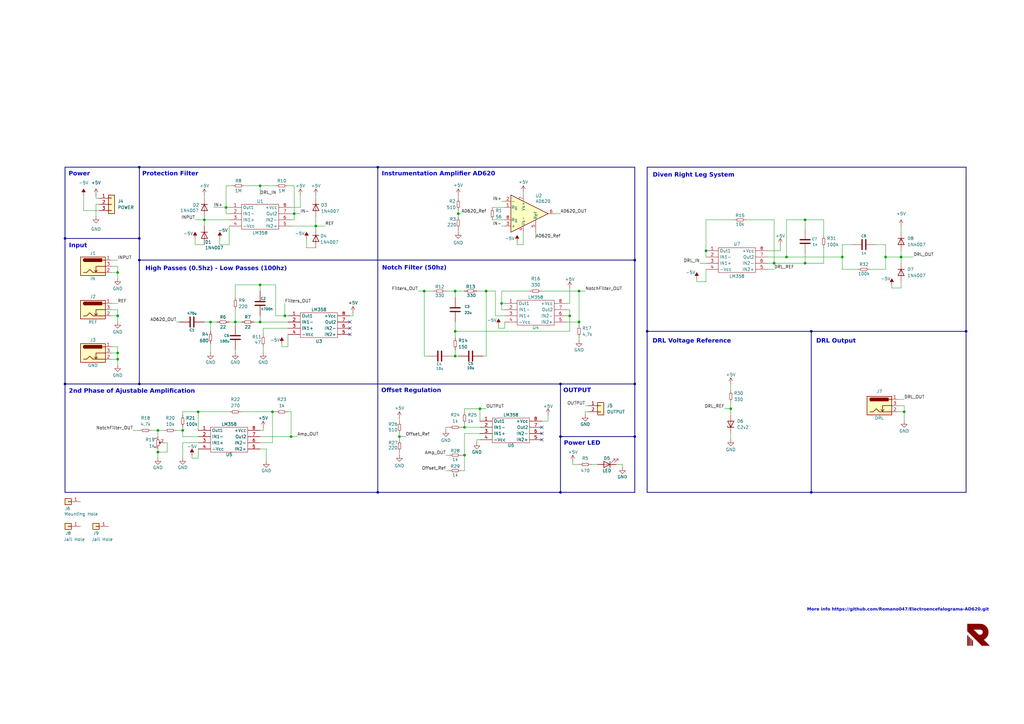
<source format=kicad_sch>
(kicad_sch (version 20231120) (generator "eeschema") (generator_version "8.0")
  (paper "A3")
  (title_block (title "Amplificador Electroencefalograma") (date "2025-08-19") (rev "v4.0") (company "E.E.S.T. N°5 \"2 de Abril\" Temperley") (comment 1 "Autor: Iván Romano") (comment 2 "Curso: 7mo 6ta") (comment 3 "Grupo: 2"))
  (junction (at 106.68 132.08))
  (junction (at 48.26 129.54))
  (junction (at 111.76 168.91))
  (junction (at 57.15 68.58))
  (junction (at 322.58 105.41))
  (junction (at 199.39 119.38))
  (junction (at 332.74 201.93))
  (junction (at 233.68 129.54))
  (junction (at 48.26 144.78))
  (junction (at 92.71 85.09))
  (junction (at 154.94 201.93))
  (junction (at 317.5 107.95))
  (junction (at 289.56 102.87))
  (junction (at 119.38 179.07))
  (junction (at 190.5 186.69))
  (junction (at 154.94 68.58))
  (junction (at 186.69 135.89))
  (junction (at 86.36 132.08))
  (junction (at 363.22 105.41))
  (junction (at 369.57 105.41))
  (junction (at 186.69 146.05))
  (junction (at 265.43 135.89))
  (junction (at 330.2 107.95))
  (junction (at 48.26 111.76))
  (junction (at 190.5 175.26))
  (junction (at 299.72 167.64))
  (junction (at 64.77 185.42))
  (junction (at 396.24 135.89))
  (junction (at 48.26 147.32))
  (junction (at 330.2 90.17))
  (junction (at 229.87 179.07))
  (junction (at 74.93 176.53))
  (junction (at 186.69 119.38))
  (junction (at 26.67 157.48))
  (junction (at 26.67 97.79))
  (junction (at 187.96 87.63))
  (junction (at 81.28 168.91))
  (junction (at 106.68 76.2))
  (junction (at 260.35 179.07))
  (junction (at 163.83 179.07))
  (junction (at 345.44 105.41))
  (junction (at 332.74 135.89))
  (junction (at 129.54 92.71))
  (junction (at 237.49 119.38))
  (junction (at 116.84 129.54))
  (junction (at 260.35 106.68))
  (junction (at 205.74 124.46))
  (junction (at 370.84 168.91))
  (junction (at 229.87 201.93))
  (junction (at 83.82 90.17))
  (junction (at 106.68 116.84))
  (junction (at 260.35 157.48))
  (junction (at 57.15 106.68))
  (junction (at 229.87 157.48))
  (junction (at 64.77 176.53))
  (junction (at 173.99 119.38))
  (junction (at 96.52 132.08))
  (junction (at 237.49 132.08))
  (junction (at 57.15 97.79))
  (junction (at 196.85 167.64))
  (junction (at 120.65 87.63))
  (junction (at 57.15 157.48))
  (no_connect (at 222.25 175.26))
  (no_connect (at 143.51 132.08))
  (no_connect (at 222.25 180.34))
  (no_connect (at 143.51 137.16))
  (no_connect (at 222.25 177.8))
  (no_connect (at 143.51 134.62))
  (wire (pts (xy 96.52 127) (xy 96.52 132.08)))
  (wire (pts (xy 74.93 170.18) (xy 74.93 168.91)))
  (bus (pts (xy 332.74 135.89) (xy 332.74 201.93)))
  (wire (pts (xy 111.76 168.91) (xy 113.03 168.91)))
  (wire (pts (xy 109.22 184.15) (xy 106.68 184.15)))
  (wire (pts (xy 64.77 176.53) (xy 67.31 176.53)))
  (wire (pts (xy 96.52 143.51) (xy 96.52 144.78)))
  (wire (pts (xy 115.57 142.24) (xy 118.11 142.24)))
  (wire (pts (xy 317.5 107.95) (xy 330.2 107.95)))
  (wire (pts (xy 345.44 105.41) (xy 345.44 100.33)))
  (wire (pts (xy 119.38 90.17) (xy 120.65 90.17)))
  (wire (pts (xy 106.68 76.2) (xy 113.03 76.2)))
  (wire (pts (xy 48.26 144.78) (xy 48.26 142.24)))
  (wire (pts (xy 171.45 119.38) (xy 173.99 119.38)))
  (wire (pts (xy 74.93 187.96) (xy 74.93 181.61)))
  (wire (pts (xy 48.26 127) (xy 45.72 127)))
  (bus (pts (xy 265.43 68.58) (xy 265.43 135.89)))
  (wire (pts (xy 330.2 90.17) (xy 337.82 90.17)))
  (wire (pts (xy 109.22 189.23) (xy 109.22 184.15)))
  (wire (pts (xy 48.26 142.24) (xy 45.72 142.24)))
  (wire (pts (xy 363.22 100.33) (xy 359.41 100.33)))
  (wire (pts (xy 100.33 76.2) (xy 106.68 76.2)))
  (wire (pts (xy 119.38 85.09) (xy 123.19 85.09)))
  (wire (pts (xy 45.72 106.68) (xy 48.26 106.68)))
  (wire (pts (xy 240.03 166.37) (xy 241.3 166.37)))
  (wire (pts (xy 317.5 107.95) (xy 314.96 107.95)))
  (wire (pts (xy 80.01 90.17) (xy 83.82 90.17)))
  (wire (pts (xy 186.69 119.38) (xy 190.5 119.38)))
  (wire (pts (xy 175.26 146.05) (xy 173.99 146.05)))
  (wire (pts (xy 90.17 97.79) (xy 90.17 100.33)))
  (bus (pts (xy 26.67 201.93) (xy 154.94 201.93)))
  (wire (pts (xy 74.93 181.61) (xy 81.28 181.61)))
  (wire (pts (xy 205.74 124.46) (xy 205.74 119.38)))
  (wire (pts (xy 173.99 119.38) (xy 173.99 146.05)))
  (bus (pts (xy 57.15 68.58) (xy 57.15 97.79)))
  (wire (pts (xy 54.61 176.53) (xy 57.15 176.53)))
  (wire (pts (xy 187.96 80.01) (xy 187.96 81.28)))
  (wire (pts (xy 96.52 116.84) (xy 96.52 121.92)))
  (bus (pts (xy 260.35 201.93) (xy 260.35 179.07)))
  (wire (pts (xy 233.68 118.11) (xy 233.68 124.46)))
  (bus (pts (xy 26.67 157.48) (xy 26.67 201.93)))
  (wire (pts (xy 242.57 190.5) (xy 245.11 190.5)))
  (wire (pts (xy 120.65 90.17) (xy 120.65 87.63)))
  (wire (pts (xy 93.98 132.08) (xy 96.52 132.08)))
  (wire (pts (xy 299.72 157.48) (xy 299.72 160.02)))
  (bus (pts (xy 26.67 97.79) (xy 57.15 97.79)))
  (bus (pts (xy 57.15 106.68) (xy 57.15 157.48)))
  (wire (pts (xy 163.83 171.45) (xy 163.83 172.72)))
  (bus (pts (xy 26.67 68.58) (xy 57.15 68.58)))
  (wire (pts (xy 182.88 119.38) (xy 186.69 119.38)))
  (wire (pts (xy 74.93 175.26) (xy 74.93 176.53)))
  (wire (pts (xy 240.03 170.18) (xy 240.03 168.91)))
  (wire (pts (xy 72.39 176.53) (xy 74.93 176.53)))
  (bus (pts (xy 260.35 179.07) (xy 260.35 157.48)))
  (wire (pts (xy 163.83 185.42) (xy 163.83 186.69)))
  (wire (pts (xy 81.28 168.91) (xy 93.98 168.91)))
  (wire (pts (xy 123.19 85.09) (xy 123.19 80.01)))
  (wire (pts (xy 186.69 132.08) (xy 186.69 135.89)))
  (wire (pts (xy 45.72 147.32) (xy 48.26 147.32)))
  (bus (pts (xy 260.35 106.68) (xy 260.35 68.58)))
  (wire (pts (xy 314.96 102.87) (xy 320.04 102.87)))
  (wire (pts (xy 62.23 176.53) (xy 64.77 176.53)))
  (wire (pts (xy 113.03 129.54) (xy 116.84 129.54)))
  (wire (pts (xy 205.74 127) (xy 205.74 124.46)))
  (wire (pts (xy 227.33 87.63) (xy 229.87 87.63)))
  (wire (pts (xy 184.15 175.26) (xy 182.88 175.26)))
  (wire (pts (xy 224.79 172.72) (xy 222.25 172.72)))
  (wire (pts (xy 297.18 167.64) (xy 299.72 167.64)))
  (wire (pts (xy 330.2 107.95) (xy 337.82 107.95)))
  (wire (pts (xy 106.68 116.84) (xy 113.03 116.84)))
  (wire (pts (xy 369.57 105.41) (xy 374.65 105.41)))
  (wire (pts (xy 39.37 80.01) (xy 39.37 81.28)))
  (bus (pts (xy 154.94 68.58) (xy 57.15 68.58)))
  (wire (pts (xy 205.74 119.38) (xy 217.17 119.38)))
  (wire (pts (xy 119.38 179.07) (xy 121.92 179.07)))
  (bus (pts (xy 265.43 68.58) (xy 396.24 68.58)))
  (wire (pts (xy 205.74 82.55) (xy 207.01 82.55)))
  (wire (pts (xy 118.11 168.91) (xy 119.38 168.91)))
  (wire (pts (xy 237.49 132.08) (xy 237.49 133.35)))
  (wire (pts (xy 205.74 124.46) (xy 207.01 124.46)))
  (wire (pts (xy 129.54 88.9) (xy 129.54 92.71)))
  (wire (pts (xy 119.38 168.91) (xy 119.38 179.07)))
  (wire (pts (xy 45.72 144.78) (xy 48.26 144.78)))
  (wire (pts (xy 86.36 132.08) (xy 86.36 135.89)))
  (wire (pts (xy 39.37 83.82) (xy 40.64 83.82)))
  (wire (pts (xy 196.85 167.64) (xy 196.85 172.72)))
  (wire (pts (xy 116.84 129.54) (xy 118.11 129.54)))
  (wire (pts (xy 289.56 102.87) (xy 289.56 90.17)))
  (wire (pts (xy 320.04 100.33) (xy 320.04 102.87)))
  (wire (pts (xy 96.52 116.84) (xy 106.68 116.84)))
  (wire (pts (xy 363.22 105.41) (xy 369.57 105.41)))
  (wire (pts (xy 129.54 92.71) (xy 133.35 92.71)))
  (wire (pts (xy 125.73 101.6) (xy 129.54 101.6)))
  (bus (pts (xy 265.43 201.93) (xy 332.74 201.93)))
  (wire (pts (xy 120.65 76.2) (xy 120.65 87.63)))
  (wire (pts (xy 74.93 176.53) (xy 74.93 179.07)))
  (wire (pts (xy 92.71 76.2) (xy 95.25 76.2)))
  (wire (pts (xy 337.82 90.17) (xy 337.82 96.52)))
  (wire (pts (xy 81.28 187.96) (xy 81.28 184.15)))
  (wire (pts (xy 232.41 129.54) (xy 233.68 129.54)))
  (wire (pts (xy 144.78 129.54) (xy 143.51 129.54)))
  (wire (pts (xy 314.96 110.49) (xy 317.5 110.49)))
  (wire (pts (xy 48.26 149.86) (xy 48.26 147.32)))
  (wire (pts (xy 322.58 105.41) (xy 345.44 105.41)))
  (wire (pts (xy 48.26 147.32) (xy 48.26 144.78)))
  (wire (pts (xy 317.5 90.17) (xy 317.5 107.95)))
  (wire (pts (xy 369.57 102.87) (xy 369.57 105.41)))
  (wire (pts (xy 125.73 97.79) (xy 125.73 101.6)))
  (wire (pts (xy 87.63 85.09) (xy 92.71 85.09)))
  (wire (pts (xy 189.23 175.26) (xy 190.5 175.26)))
  (wire (pts (xy 48.26 109.22) (xy 45.72 109.22)))
  (wire (pts (xy 48.26 132.08) (xy 48.26 129.54)))
  (wire (pts (xy 237.49 138.43) (xy 237.49 139.7)))
  (wire (pts (xy 190.5 168.91) (xy 190.5 167.64)))
  (wire (pts (xy 83.82 88.9) (xy 83.82 90.17)))
  (wire (pts (xy 185.42 146.05) (xy 186.69 146.05)))
  (bus (pts (xy 57.15 97.79) (xy 57.15 106.68)))
  (wire (pts (xy 86.36 132.08) (xy 88.9 132.08)))
  (wire (pts (xy 195.58 119.38) (xy 199.39 119.38)))
  (wire (pts (xy 363.22 110.49) (xy 363.22 105.41)))
  (wire (pts (xy 187.96 93.98) (xy 187.96 95.25)))
  (wire (pts (xy 106.68 129.54) (xy 106.68 132.08)))
  (wire (pts (xy 237.49 119.38) (xy 237.49 132.08)))
  (wire (pts (xy 212.09 99.06) (xy 212.09 100.33)))
  (wire (pts (xy 111.76 168.91) (xy 111.76 181.61)))
  (wire (pts (xy 234.95 190.5) (xy 237.49 190.5)))
  (wire (pts (xy 34.29 80.01) (xy 34.29 86.36)))
  (bus (pts (xy 154.94 68.58) (xy 154.94 201.93)))
  (wire (pts (xy 92.71 87.63) (xy 92.71 85.09)))
  (bus (pts (xy 154.94 201.93) (xy 229.87 201.93)))
  (wire (pts (xy 322.58 90.17) (xy 330.2 90.17)))
  (wire (pts (xy 106.68 116.84) (xy 106.68 119.38)))
  (wire (pts (xy 330.2 104.14) (xy 330.2 107.95)))
  (wire (pts (xy 207.01 127) (xy 205.74 127)))
  (wire (pts (xy 83.82 132.08) (xy 86.36 132.08)))
  (wire (pts (xy 78.74 187.96) (xy 81.28 187.96)))
  (wire (pts (xy 118.11 76.2) (xy 120.65 76.2)))
  (wire (pts (xy 285.75 115.57) (xy 289.56 115.57)))
  (wire (pts (xy 106.68 76.2) (xy 106.68 80.01)))
  (wire (pts (xy 118.11 142.24) (xy 118.11 137.16)))
  (bus (pts (xy 229.87 179.07) (xy 229.87 201.93)))
  (wire (pts (xy 186.69 143.51) (xy 186.69 146.05)))
  (wire (pts (xy 182.88 186.69) (xy 184.15 186.69)))
  (wire (pts (xy 189.23 186.69) (xy 190.5 186.69)))
  (wire (pts (xy 93.98 85.09) (xy 92.71 85.09)))
  (wire (pts (xy 99.06 132.08) (xy 96.52 132.08)))
  (wire (pts (xy 186.69 135.89) (xy 233.68 135.89)))
  (wire (pts (xy 365.76 118.11) (xy 369.57 118.11)))
  (wire (pts (xy 45.72 129.54) (xy 48.26 129.54)))
  (wire (pts (xy 255.27 190.5) (xy 255.27 191.77)))
  (wire (pts (xy 196.85 167.64) (xy 199.39 167.64)))
  (wire (pts (xy 144.78 128.27) (xy 144.78 129.54)))
  (wire (pts (xy 80.01 100.33) (xy 83.82 100.33)))
  (wire (pts (xy 74.93 179.07) (xy 81.28 179.07)))
  (bus (pts (xy 229.87 157.48) (xy 260.35 157.48)))
  (wire (pts (xy 72.39 132.08) (xy 73.66 132.08)))
  (wire (pts (xy 299.72 165.1) (xy 299.72 167.64)))
  (wire (pts (xy 119.38 179.07) (xy 106.68 179.07)))
  (wire (pts (xy 190.5 177.8) (xy 196.85 177.8)))
  (wire (pts (xy 107.95 176.53) (xy 106.68 176.53)))
  (wire (pts (xy 219.71 95.25) (xy 219.71 97.79)))
  (wire (pts (xy 190.5 186.69) (xy 190.5 177.8)))
  (wire (pts (xy 45.72 111.76) (xy 48.26 111.76)))
  (wire (pts (xy 232.41 132.08) (xy 237.49 132.08)))
  (bus (pts (xy 229.87 179.07) (xy 260.35 179.07)))
  (wire (pts (xy 104.14 132.08) (xy 106.68 132.08)))
  (bus (pts (xy 154.94 68.58) (xy 260.35 68.58)))
  (bus (pts (xy 396.24 135.89) (xy 396.24 68.58)))
  (wire (pts (xy 90.17 100.33) (xy 93.98 100.33)))
  (bus (pts (xy 229.87 157.48) (xy 229.87 179.07)))
  (wire (pts (xy 363.22 105.41) (xy 363.22 100.33)))
  (bus (pts (xy 229.87 201.93) (xy 260.35 201.93)))
  (bus (pts (xy 26.67 68.58) (xy 26.67 97.79)))
  (bus (pts (xy 57.15 157.48) (xy 229.87 157.48)))
  (wire (pts (xy 240.03 168.91) (xy 241.3 168.91)))
  (wire (pts (xy 68.58 185.42) (xy 64.77 185.42)))
  (wire (pts (xy 34.29 86.36) (xy 40.64 86.36)))
  (wire (pts (xy 107.95 134.62) (xy 118.11 134.62)))
  (wire (pts (xy 45.72 124.46) (xy 48.26 124.46)))
  (wire (pts (xy 186.69 146.05) (xy 187.96 146.05)))
  (wire (pts (xy 163.83 177.8) (xy 163.83 179.07)))
  (wire (pts (xy 93.98 87.63) (xy 92.71 87.63)))
  (wire (pts (xy 187.96 87.63) (xy 187.96 88.9)))
  (wire (pts (xy 234.95 189.23) (xy 234.95 190.5)))
  (wire (pts (xy 330.2 90.17) (xy 330.2 93.98)))
  (wire (pts (xy 68.58 181.61) (xy 68.58 185.42)))
  (wire (pts (xy 199.39 119.38) (xy 199.39 146.05)))
  (wire (pts (xy 370.84 166.37) (xy 368.3 166.37)))
  (wire (pts (xy 119.38 92.71) (xy 129.54 92.71)))
  (wire (pts (xy 207.01 134.62) (xy 207.01 132.08)))
  (wire (pts (xy 204.47 134.62) (xy 207.01 134.62)))
  (wire (pts (xy 83.82 90.17) (xy 83.82 92.71)))
  (wire (pts (xy 345.44 105.41) (xy 345.44 110.49)))
  (wire (pts (xy 356.87 110.49) (xy 363.22 110.49)))
  (wire (pts (xy 369.57 95.25) (xy 369.57 92.71)))
  (bus (pts (xy 26.67 97.79) (xy 26.67 157.48)))
  (wire (pts (xy 214.63 100.33) (xy 214.63 95.25)))
  (wire (pts (xy 299.72 177.8) (xy 299.72 180.34)))
  (bus (pts (xy 260.35 157.48) (xy 260.35 106.68)))
  (wire (pts (xy 369.57 118.11) (xy 369.57 115.57)))
  (wire (pts (xy 39.37 88.9) (xy 39.37 83.82)))
  (wire (pts (xy 115.57 140.97) (xy 115.57 142.24)))
  (wire (pts (xy 232.41 127) (xy 233.68 127)))
  (wire (pts (xy 119.38 87.63) (xy 120.65 87.63)))
  (wire (pts (xy 107.95 142.24) (xy 107.95 144.78)))
  (wire (pts (xy 289.56 90.17) (xy 300.99 90.17)))
  (wire (pts (xy 96.52 132.08) (xy 96.52 133.35)))
  (wire (pts (xy 186.69 119.38) (xy 186.69 121.92)))
  (wire (pts (xy 186.69 138.43) (xy 186.69 135.89)))
  (wire (pts (xy 64.77 184.15) (xy 64.77 185.42)))
  (wire (pts (xy 187.96 86.36) (xy 187.96 87.63)))
  (wire (pts (xy 368.3 168.91) (xy 370.84 168.91)))
  (wire (pts (xy 99.06 168.91) (xy 111.76 168.91)))
  (wire (pts (xy 189.23 193.04) (xy 190.5 193.04)))
  (wire (pts (xy 205.74 92.71) (xy 207.01 92.71)))
  (wire (pts (xy 163.83 179.07) (xy 163.83 180.34)))
  (wire (pts (xy 212.09 100.33) (xy 214.63 100.33)))
  (wire (pts (xy 222.25 119.38) (xy 237.49 119.38)))
  (wire (pts (xy 190.5 175.26) (xy 196.85 175.26)))
  (wire (pts (xy 116.84 124.46) (xy 116.84 129.54)))
  (bus (pts (xy 26.67 157.48) (xy 57.15 157.48)))
  (wire (pts (xy 163.83 179.07) (xy 166.37 179.07)))
  (bus (pts (xy 332.74 135.89) (xy 396.24 135.89)))
  (wire (pts (xy 187.96 87.63) (xy 189.23 87.63)))
  (bus (pts (xy 265.43 135.89) (xy 332.74 135.89)))
  (wire (pts (xy 86.36 140.97) (xy 86.36 144.78)))
  (wire (pts (xy 369.57 105.41) (xy 369.57 107.95)))
  (wire (pts (xy 198.12 146.05) (xy 199.39 146.05)))
  (wire (pts (xy 285.75 114.3) (xy 285.75 115.57)))
  (wire (pts (xy 224.79 170.18) (xy 224.79 172.72)))
  (bus (pts (xy 265.43 135.89) (xy 265.43 201.93)))
  (wire (pts (xy 182.88 193.04) (xy 184.15 193.04)))
  (wire (pts (xy 368.3 163.83) (xy 370.84 163.83)))
  (wire (pts (xy 106.68 132.08) (xy 118.11 132.08)))
  (wire (pts (xy 370.84 172.72) (xy 370.84 168.91)))
  (wire (pts (xy 233.68 135.89) (xy 233.68 129.54)))
  (wire (pts (xy 190.5 173.99) (xy 190.5 175.26)))
  (wire (pts (xy 81.28 168.91) (xy 81.28 176.53)))
  (wire (pts (xy 107.95 137.16) (xy 107.95 134.62)))
  (wire (pts (xy 113.03 116.84) (xy 113.03 129.54)))
  (wire (pts (xy 182.88 175.26) (xy 182.88 176.53)))
  (wire (pts (xy 83.82 90.17) (xy 93.98 90.17)))
  (wire (pts (xy 289.56 102.87) (xy 289.56 105.41)))
  (wire (pts (xy 190.5 186.69) (xy 190.5 193.04)))
  (wire (pts (xy 322.58 90.17) (xy 322.58 105.41)))
  (wire (pts (xy 252.73 190.5) (xy 255.27 190.5)))
  (wire (pts (xy 78.74 186.69) (xy 78.74 187.96)))
  (wire (pts (xy 214.63 78.74) (xy 214.63 80.01)))
  (wire (pts (xy 337.82 107.95) (xy 337.82 101.6)))
  (wire (pts (xy 173.99 119.38) (xy 177.8 119.38)))
  (wire (pts (xy 93.98 100.33) (xy 93.98 92.71)))
  (wire (pts (xy 83.82 80.01) (xy 83.82 81.28)))
  (wire (pts (xy 201.93 85.09) (xy 207.01 85.09)))
  (wire (pts (xy 204.47 133.35) (xy 204.47 134.62)))
  (wire (pts (xy 190.5 167.64) (xy 196.85 167.64)))
  (bus (pts (xy 332.74 201.93) (xy 396.24 201.93)))
  (wire (pts (xy 74.93 168.91) (xy 81.28 168.91)))
  (wire (pts (xy 345.44 110.49) (xy 351.79 110.49)))
  (wire (pts (xy 322.58 105.41) (xy 314.96 105.41)))
  (wire (pts (xy 299.72 167.64) (xy 299.72 170.18)))
  (wire (pts (xy 48.26 114.3) (xy 48.26 111.76)))
  (wire (pts (xy 203.2 129.54) (xy 207.01 129.54)))
  (wire (pts (xy 92.71 85.09) (xy 92.71 76.2)))
  (wire (pts (xy 107.95 175.26) (xy 107.95 176.53)))
  (wire (pts (xy 48.26 111.76) (xy 48.26 109.22)))
  (wire (pts (xy 129.54 92.71) (xy 129.54 93.98)))
  (wire (pts (xy 80.01 97.79) (xy 80.01 100.33)))
  (wire (pts (xy 199.39 119.38) (xy 203.2 119.38)))
  (wire (pts (xy 201.93 90.17) (xy 207.01 90.17)))
  (bus (pts (xy 396.24 201.93) (xy 396.24 135.89)))
  (wire (pts (xy 203.2 119.38) (xy 203.2 129.54)))
  (wire (pts (xy 233.68 124.46) (xy 232.41 124.46)))
  (wire (pts (xy 64.77 185.42) (xy 64.77 187.96)))
  (wire (pts (xy 237.49 119.38) (xy 240.03 119.38)))
  (wire (pts (xy 195.58 180.34) (xy 196.85 180.34)))
  (wire (pts (xy 64.77 176.53) (xy 64.77 179.07)))
  (wire (pts (xy 233.68 129.54) (xy 233.68 127)))
  (wire (pts (xy 289.56 115.57) (xy 289.56 110.49)))
  (wire (pts (xy 111.76 181.61) (xy 106.68 181.61)))
  (wire (pts (xy 306.07 90.17) (xy 317.5 90.17)))
  (wire (pts (xy 195.58 181.61) (xy 195.58 180.34)))
  (wire (pts (xy 129.54 80.01) (xy 129.54 81.28)))
  (wire (pts (xy 345.44 100.33) (xy 349.25 100.33)))
  (bus (pts (xy 57.15 106.68) (xy 260.35 106.68)))
  (wire (pts (xy 287.02 107.95) (xy 289.56 107.95)))
  (wire (pts (xy 120.65 87.63) (xy 123.19 87.63)))
  (wire (pts (xy 365.76 116.84) (xy 365.76 118.11)))
  (wire (pts (xy 39.37 81.28) (xy 40.64 81.28)))
  (wire (pts (xy 370.84 168.91) (xy 370.84 166.37)))
  (wire (pts (xy 67.31 181.61) (xy 68.58 181.61)))
  (wire (pts (xy 48.26 129.54) (xy 48.26 127)))
  (text "More info https://github.com/Romano047/Electroencefalograma-AD620.git" (at 368.3 250.444 0) (effects (font (size 1.27 1.27) (thickness 0.254) (bold yes))))
  (text "Offset Regulation" (at 168.656 160.782 0) (effects (font (size 1.778 1.778) (thickness 0.254) (bold yes))))
  (text "OUTPUT" (at 236.728 160.782 0) (effects (font (size 1.778 1.778) (thickness 0.254) (bold yes))))
  (text "2nd Phase of Ajustable Amplification" (at 54.102 161.036 0) (effects (font (size 1.778 1.778) (thickness 0.254) (bold yes))))
  (text "Power LED" (at 238.76 182.372 0) (effects (font (size 1.778 1.778) (bold yes))))
  (text "High Passes (0.5hz) - Low Passes (100hz)" (at 88.646 110.744 0) (effects (font (size 1.778 1.778) (thickness 0.254) (bold yes))))
  (text "Instrumentation Amplifier AD620\n" (at 179.832 71.882 0) (effects (font (size 1.778 1.778) (thickness 0.254) (bold yes))))
  (text "Diven Right Leg System" (at 284.48 72.39 0) (effects (font (size 1.778 1.778) (bold yes))))
  (text "Protection Filter" (at 69.85 71.882 0) (effects (font (size 1.778 1.778) (bold yes))))
  (text "Power" (at 32.512 71.882 0) (effects (font (size 1.778 1.778) (bold yes))))
  (text "Notch Filter (50hz)" (at 169.926 110.49 0) (effects (font (size 1.778 1.778) (thickness 0.254) (bold yes))))
  (text "Input" (at 32.004 101.346 0) (effects (font (size 1.778 1.778) (bold yes))))
  (text "DRL Output" (at 342.9 140.462 0) (effects (font (size 1.778 1.778) (thickness 0.254) (bold yes))))
  (text "DRL Voltage Reference" (at 283.718 140.462 0) (effects (font (size 1.778 1.778) (thickness 0.254) (bold yes))))
  (label "Filters_OUT" (at 171.45 119.38 180))
  (label "IN+" (at 87.63 85.09 0))
  (label "NotchFilter_OUT" (at 240.03 119.38 0))
  (label "DRL_OUT" (at 370.84 163.83 0))
  (label "OUTPUT" (at 240.03 166.37 180))
  (label "IN+" (at 205.74 82.55 180))
  (label "NotchFilter_OUT" (at 54.61 176.53 180))
  (label "INPUT" (at 80.01 90.17 180))
  (label "DRL_IN" (at 287.02 107.95 180))
  (label "IN-" (at 123.19 87.63 0))
  (label "DRL_OUT" (at 374.65 105.41 0))
  (label "Filters_OUT" (at 116.84 124.46 0))
  (label "AD620_OUT" (at 72.39 132.08 180))
  (label "Offset_Ref" (at 166.37 179.07 0))
  (label "DRL_IN" (at 106.68 80.01 0))
  (label "REF" (at 48.26 124.46 0))
  (label "Offset_Ref" (at 182.88 193.04 180))
  (label "Amp_OUT" (at 121.92 179.07 0))
  (label "REF" (at 133.35 92.71 0))
  (label "Amp_OUT" (at 182.88 186.69 180))
  (label "IN-" (at 205.74 92.71 180))
  (label "AD620_OUT" (at 229.87 87.63 0))
  (label "INPUT" (at 48.26 106.68 0))
  (label "OUTPUT" (at 199.39 167.64 0))
  (label "DRL_REF" (at 297.18 167.64 180))
  (label "DRL_REF" (at 317.5 110.49 0))
  (label "AD620_Ref" (at 189.23 87.63 0))
  (label "AD620_Ref" (at 219.71 97.79 0))
  (symbol (lib_id "Device:D") (at 83.82 96.52 270) (unit 1)
    (property "Reference" "D1" (at 84.074 99.314 90) (effects (justify left)))
    (property "Value" "1N4007" (at 84.074 101.6 90) (effects (justify left)))
    (property "Footprint" "EESTN5:DO-41" (effects (hide yes)))
    (property "Description" "Diode" (effects (hide yes)))
    (property "Sim.Device" "D" (effects (hide yes)))
    (property "Sim.Pins" "1=K 2=A" (effects (hide yes)))
  )
  (symbol (lib_id "power:+5V") (at 214.63 78.74 0) (unit 1)
    (property "Reference" "#PWR013" (effects (hide yes)))
    (property "Value" "+5V" (at 214.63 74.676 0))
    (property "Description" "Power symbol creates a global label with name \"+5V\"" (effects (hide yes)))
  )
  (symbol (lib_id "Logo_Romano:LM385") (at 106.68 88.9 0) (unit 1)
    (property "Reference" "U1" (at 106.68 82.55 0))
    (property "Value" "LM358" (at 106.68 95.504 0))
    (property "Footprint" "EESTN5:SSOP-8" (effects (hide yes)))
  )
  (symbol (lib_id "power:+5V") (at 129.54 80.01 0) (unit 1)
    (property "Reference" "#PWR010" (effects (hide yes)))
    (property "Value" "+5V" (at 129.54 76.2 0))
    (property "Description" "Power symbol creates a global label with name \"+5V\"" (effects (hide yes)))
  )
  (symbol (lib_id "EESTN5:R") (at 187.96 83.82 0) (unit 1)
    (property "Reference" "R2" (at 184.15 82.55 0) (effects (justify left)))
    (property "Value" "510" (at 183.134 85.09 0) (effects (justify left)))
    (property "Footprint" "EESTN5:RES0.3" (effects (hide yes)))
    (property "Description" "Resistor" (effects (hide yes)))
  )
  (symbol (lib_id "EESTN5:R") (at 97.79 76.2 90) (unit 1)
    (property "Reference" "R8" (at 97.79 74.168 90))
    (property "Value" "1M" (at 97.79 78.232 90))
    (property "Footprint" "EESTN5:RES0.3" (effects (hide yes)))
    (property "Description" "Resistor" (effects (hide yes)))
  )
  (symbol (lib_id "EESTN5:R") (at 186.69 186.69 90) (unit 1)
    (property "Reference" "R28" (at 186.69 184.912 90))
    (property "Value" "1k" (at 186.69 188.468 90))
    (property "Footprint" "EESTN5:R_0805" (effects (hide yes)))
    (property "Description" "Resistor" (effects (hide yes)))
  )
  (symbol (lib_id "power:-5V") (at 34.29 80.01 0) (unit 1)
    (property "Reference" "#PWR05" (effects (hide yes)))
    (property "Value" "-5V" (at 34.29 74.93 0))
    (property "Description" "Power symbol creates a global label with name \"-5V\"" (effects (hide yes)))
  )
  (symbol (lib_id "Diode:ZPDxx") (at 299.72 173.99 90) (unit 1)
    (property "Reference" "D6" (at 302.26 172.7199 90) (effects (justify right)))
    (property "Value" "C2v2" (at 302.26 175.2599 90) (effects (justify right)))
    (property "Footprint" "EESTN5:DO-41" (effects (hide yes)))
    (property "Datasheet" "http://diotec.com/tl_files/diotec/files/pdf/datasheets/zpd1" (effects (hide yes)))
    (property "Description" "500mW Zener Diode, DO-35" (effects (hide yes)))
  )
  (symbol (lib_id "power:GND") (at 107.95 144.78 0) (unit 1)
    (property "Reference" "#PWR020" (effects (hide yes)))
    (property "Value" "GND" (at 107.95 148.59 0))
    (property "Description" "Power symbol creates a global label with name \"GND\" , ground" (effects (hide yes)))
  )
  (symbol (lib_id "EESTN5:R") (at 219.71 119.38 90) (unit 1)
    (property "Reference" "R16" (at 219.71 114.3 90))
    (property "Value" "330" (at 219.71 116.84 90))
    (property "Footprint" "EESTN5:R_0805" (effects (hide yes)))
    (property "Description" "Resistor" (effects (hide yes)))
  )
  (symbol (lib_id "Connector_Generic:Conn_01x03") (at 45.72 83.82 0) (unit 1)
    (property "Reference" "J4" (at 48.26 82.5499 0) (effects (justify left)))
    (property "Value" "POWER" (at 48.26 85.0899 0) (effects (justify left)))
    (property "Footprint" "Connector_Molex:Molex_KK-254_AE-6410-03A_1x03_P2.54mm_Vertical" (effects (hide yes)))
    (property "Description" "Generic connector, single row, 01x03, script generated (kicad-library-utils/schlib/autogen/connector/)" (effects (hide yes)))
  )
  (symbol (lib_id "EESTN5:R") (at 299.72 162.56 0) (unit 1)
    (property "Reference" "R30" (at 300.99 161.2899 0) (effects (justify left)))
    (property "Value" "330" (at 300.99 163.8299 0) (effects (justify left)))
    (property "Footprint" "EESTN5:R_0805" (effects (hide yes)))
    (property "Description" "Resistor" (effects (hide yes)))
  )
  (symbol (lib_id "Device:LED") (at 248.92 190.5 180) (unit 1)
    (property "Reference" "D5" (at 248.92 187.96 0))
    (property "Value" "LED" (at 248.92 193.04 0))
    (property "Footprint" "EESTN5:Led_0805" (effects (hide yes)))
    (property "Description" "Light emitting diode" (effects (hide yes)))
  )
  (symbol (lib_id "EESTN5:C") (at 96.52 138.43 0) (unit 1)
    (property "Reference" "C6" (at 92.964 137.668 0) (effects (font (size 1.016 1.016))))
    (property "Value" "100u" (at 92.202 139.954 0) (effects (font (size 1.016 1.016))))
    (property "Footprint" "EESTN5:C_0805" (effects (hide yes)))
  )
  (symbol (lib_id "power:+5V") (at 320.04 100.33 0) (unit 1)
    (property "Reference" "#PWR044" (effects (hide yes)))
    (property "Value" "+5V" (at 320.04 96.774 0))
    (property "Description" "Power symbol creates a global label with name \"+5V\"" (effects (hide yes)))
  )
  (symbol (lib_id "power:GND") (at 48.26 149.86 0) (unit 1)
    (property "Reference" "#PWR01" (effects (hide yes)))
    (property "Value" "GND" (at 48.26 153.924 0))
    (property "Description" "Power symbol creates a global label with name \"GND\" , ground" (effects (hide yes)))
  )
  (symbol (lib_id "EESTN5:R") (at 107.95 139.7 180) (unit 1)
    (property "Reference" "R11" (at 103.378 138.176 0) (effects (justify right)))
    (property "Value" "47" (at 104.394 140.462 0) (effects (justify right)))
    (property "Footprint" "EESTN5:R_0805" (effects (hide yes)))
    (property "Description" "Resistor" (effects (hide yes)))
  )
  (symbol (lib_id "power:GND") (at 195.58 181.61 0) (unit 1)
    (property "Reference" "#PWR032" (effects (hide yes)))
    (property "Value" "GND" (at 195.58 185.42 0))
    (property "Description" "Power symbol creates a global label with name \"GND\" , ground" (effects (hide yes)))
  )
  (symbol (lib_id "Device:D") (at 369.57 111.76 270) (unit 1)
    (property "Reference" "D7" (at 372.11 110.4899 90) (effects (justify left)))
    (property "Value" "1N4007" (at 372.11 113.0299 90) (effects (justify left)))
    (property "Footprint" "EESTN5:DO-41" (effects (hide yes)))
    (property "Description" "Diode" (effects (hide yes)))
    (property "Sim.Device" "D" (effects (hide yes)))
    (property "Sim.Pins" "1=K 2=A" (effects (hide yes)))
  )
  (symbol (lib_id "EESTN5:R") (at 186.69 175.26 90) (unit 1)
    (property "Reference" "R24" (at 186.69 170.18 90))
    (property "Value" "1k" (at 186.69 172.72 90))
    (property "Footprint" "EESTN5:R_0805" (effects (hide yes)))
    (property "Description" "Resistor" (effects (hide yes)))
  )
  (symbol (lib_id "EESTN5:C") (at 330.2 99.06 0) (unit 1)
    (property "Reference" "C7" (at 332.994 98.044 0) (effects (font (size 1.016 1.016)) (justify left)))
    (property "Value" "1n" (at 333.248 100.33 0) (effects (font (size 1.016 1.016)) (justify left)))
    (property "Footprint" "EESTN5:C_0805" (effects (hide yes)))
  )
  (symbol (lib_id "EESTN5:R") (at 91.44 132.08 90) (unit 1)
    (property "Reference" "R6" (at 91.44 130.048 90))
    (property "Value" "22" (at 91.44 134.112 90))
    (property "Footprint" "EESTN5:R_0805" (effects (hide yes)))
    (property "Description" "Resistor" (effects (hide yes)))
  )
  (symbol (lib_id "EESTN5:R") (at 59.69 176.53 90) (unit 1)
    (property "Reference" "R18" (at 59.69 171.45 90))
    (property "Value" "4,7k" (at 59.69 173.99 90))
    (property "Footprint" "EESTN5:R_0805" (effects (hide yes)))
    (property "Description" "Resistor" (effects (hide yes)))
  )
  (symbol (lib_id "EESTN5:R") (at 163.83 182.88 0) (unit 1)
    (property "Reference" "R27" (at 159.258 181.61 0) (effects (justify left)))
    (property "Value" "220" (at 159.258 183.642 0) (effects (justify left)))
    (property "Footprint" "EESTN5:R_0805" (effects (hide yes)))
    (property "Description" "Resistor" (effects (hide yes)))
  )
  (symbol (lib_id "EESTN5:R") (at 186.69 140.97 0) (unit 1)
    (property "Reference" "R14" (at 187.96 139.6999 0) (effects (justify left)))
    (property "Value" "150" (at 187.96 142.2399 0) (effects (justify left)))
    (property "Footprint" "EESTN5:R_0805" (effects (hide yes)))
    (property "Description" "Resistor" (effects (hide yes)))
  )
  (symbol (lib_id "Connector:Barrel_Jack_Switch") (at 38.1 144.78 0) (unit 1)
    (property "Reference" "J3" (at 38.1 139.446 0))
    (property "Value" "GND" (at 38.1 149.86 0))
    (property "Footprint" "Connector_BarrelJack:BarrelJack_Horizontal" (effects (hide yes)))
    (property "Description" "DC Barrel Jack with an internal switch" (effects (hide yes)))
  )
  (symbol (lib_id "Device:D") (at 129.54 85.09 270) (unit 1)
    (property "Reference" "D3" (at 131.572 84.074 90) (effects (justify left)))
    (property "Value" "1N4007" (at 131.572 86.614 90) (effects (justify left)))
    (property "Footprint" "EESTN5:DO-41" (effects (hide yes)))
    (property "Description" "Diode" (effects (hide yes)))
    (property "Sim.Device" "D" (effects (hide yes)))
    (property "Sim.Pins" "1=K 2=A" (effects (hide yes)))
  )
  (symbol (lib_id "EESTN5:R") (at 240.03 190.5 90) (unit 1)
    (property "Reference" "R5" (at 240.03 187.96 90))
    (property "Value" "470" (at 240.03 193.04 90))
    (property "Footprint" "EESTN5:R_0805" (effects (hide yes)))
    (property "Description" "Resistor" (effects (hide yes)))
  )
  (symbol (lib_id "EESTN5:R") (at 187.96 91.44 0) (unit 1)
    (property "Reference" "R3" (at 184.404 89.916 0) (effects (justify left)))
    (property "Value" "220" (at 183.388 92.202 0) (effects (justify left)))
    (property "Footprint" "EESTN5:R_0805" (effects (hide yes)))
    (property "Description" "Resistor" (effects (hide yes)))
  )
  (symbol (lib_id "EESTN5:R") (at 115.57 76.2 90) (unit 1)
    (property "Reference" "R10" (at 115.57 74.168 90))
    (property "Value" "1M" (at 115.57 78.232 90))
    (property "Footprint" "EESTN5:RES0.3" (effects (hide yes)))
    (property "Description" "Resistor" (effects (hide yes)))
  )
  (symbol (lib_id "power:GND") (at 163.83 186.69 0) (unit 1)
    (property "Reference" "#PWR031" (effects (hide yes)))
    (property "Value" "GND" (at 163.83 191.008 0))
    (property "Description" "Power symbol creates a global label with name \"GND\" , ground" (effects (hide yes)))
  )
  (symbol (lib_id "EESTN5:C") (at 193.04 146.05 90) (unit 1)
    (property "Reference" "C5" (at 193.04 149.098 90) (effects (font (size 1.016 1.016))))
    (property "Value" "10u" (at 193.04 150.876 90) (effects (font (size 1.016 1.016))))
    (property "Footprint" "EESTN5:CAP_ELEC_5x11mm" (effects (hide yes)))
  )
  (symbol (lib_id "Connector_Generic:Conn_01x01") (at 39.37 215.9 180) (unit 1)
    (property "Reference" "J9" (at 39.37 218.694 0))
    (property "Value" "Jail Hole" (at 41.91 221.234 0))
    (property "Footprint" "EESTN5:hole_2mm" (effects (hide yes)))
    (property "Description" "Generic connector, single row, 01x01, script generated (kicad-library-utils/schlib/autogen/connector/)" (effects (hide yes)))
  )
  (symbol (lib_id "power:GND") (at 96.52 144.78 0) (unit 1)
    (property "Reference" "#PWR035" (effects (hide yes)))
    (property "Value" "GND" (at 96.52 148.59 0))
    (property "Description" "Power symbol creates a global label with name \"GND\" , ground" (effects (hide yes)))
  )
  (symbol (lib_id "EESTN5:R") (at 186.69 193.04 270) (unit 1)
    (property "Reference" "R29" (at 186.69 191.262 90))
    (property "Value" "1k" (at 186.69 194.818 90))
    (property "Footprint" "EESTN5:R_0805" (effects (hide yes)))
    (property "Description" "Resistor" (effects (hide yes)))
  )
  (symbol (lib_id "Logo_Romano:LOGO") (at 401.32 260.35 0) (unit 1)
    (property "Reference" "#G1" (effects (hide yes)))
    (property "Value" "LOGO" (effects (hide yes)))
  )
  (symbol (lib_id "EESTN5:R") (at 101.6 132.08 90) (unit 1)
    (property "Reference" "R7" (at 101.6 130.048 90))
    (property "Value" "22" (at 101.6 134.112 90))
    (property "Footprint" "EESTN5:R_0805" (effects (hide yes)))
    (property "Description" "Resistor" (effects (hide yes)))
  )
  (symbol (lib_id "power:+5V") (at 144.78 128.27 0) (unit 1)
    (property "Reference" "#PWR018" (effects (hide yes)))
    (property "Value" "+5V" (at 144.78 124.206 0))
    (property "Description" "Power symbol creates a global label with name \"+5V\"" (effects (hide yes)))
  )
  (symbol (lib_id "power:GND") (at 109.22 189.23 0) (unit 1)
    (property "Reference" "#PWR026" (effects (hide yes)))
    (property "Value" "GND" (at 109.22 193.04 0))
    (property "Description" "Power symbol creates a global label with name \"GND\" , ground" (effects (hide yes)))
  )
  (symbol (lib_id "power:+5V") (at 163.83 171.45 0) (unit 1)
    (property "Reference" "#PWR030" (effects (hide yes)))
    (property "Value" "+5V" (at 163.83 167.386 0))
    (property "Description" "Power symbol creates a global label with name \"+5V\"" (effects (hide yes)))
  )
  (symbol (lib_id "EESTN5:POT") (at 64.77 181.61 270) (unit 1)
    (property "Reference" "R19" (at 63.5 180.3399 90) (effects (justify right)))
    (property "Value" "1k" (at 63.5 182.8799 90) (effects (justify right)))
    (property "Footprint" "Logo Romano:Potenciometer_Trimpot" (effects (hide yes)))
    (property "Description" "Trimmer" (effects (hide yes)))
  )
  (symbol (lib_id "EESTN5:R") (at 237.49 135.89 180) (unit 1)
    (property "Reference" "R17" (at 238.76 134.6199 0) (effects (justify right)))
    (property "Value" "4,7k" (at 238.76 137.1599 0) (effects (justify right)))
    (property "Footprint" "EESTN5:R_0805" (effects (hide yes)))
    (property "Description" "Resistor" (effects (hide yes)))
  )
  (symbol (lib_id "EESTN5:R") (at 354.33 110.49 90) (unit 1)
    (property "Reference" "R32" (at 354.33 108.458 90))
    (property "Value" "100k" (at 354.33 112.268 90))
    (property "Footprint" "EESTN5:R_0805" (effects (hide yes)))
    (property "Description" "Resistor" (effects (hide yes)))
  )
  (symbol (lib_id "EESTN5:C") (at 186.69 127 0) (unit 1)
    (property "Reference" "C3" (at 190.5 125.7299 0) (effects (font (size 1.016 1.016)) (justify left)))
    (property "Value" "22u" (at 190.5 128.2699 0) (effects (font (size 1.016 1.016)) (justify left)))
    (property "Footprint" "EESTN5:CAP_ELEC_5x11mm" (effects (hide yes)))
  )
  (symbol (lib_id "power:-5V") (at 285.75 114.3 0) (unit 1)
    (property "Reference" "#PWR043" (effects (hide yes)))
    (property "Value" "-5V" (at 283.21 111.76 0))
    (property "Description" "Power symbol creates a global label with name \"-5V\"" (effects (hide yes)))
  )
  (symbol (lib_id "power:+5V") (at 234.95 189.23 0) (unit 1)
    (property "Reference" "#PWR037" (effects (hide yes)))
    (property "Value" "+5V" (at 234.95 185.42 0))
    (property "Description" "Power symbol creates a global label with name \"+5V\"" (effects (hide yes)))
  )
  (symbol (lib_id "Logo_Romano:LM385") (at 130.81 133.35 0) (unit 1)
    (property "Reference" "U3" (at 130.81 139.954 0))
    (property "Value" "LM358" (at 130.81 127 0))
    (property "Footprint" "EESTN5:SSOP-8" (effects (hide yes)))
  )
  (symbol (lib_id "Connector:Barrel_Jack_Switch") (at 38.1 127 0) (unit 1)
    (property "Reference" "J2" (at 38.1 121.666 0))
    (property "Value" "REF" (at 38.1 132.08 0))
    (property "Footprint" "Connector_BarrelJack:BarrelJack_Horizontal" (effects (hide yes)))
    (property "Description" "DC Barrel Jack with an internal switch" (effects (hide yes)))
  )
  (symbol (lib_id "EESTN5:R") (at 303.53 90.17 90) (unit 1)
    (property "Reference" "R15" (at 303.53 88.392 90))
    (property "Value" "10k" (at 303.53 91.948 90))
    (property "Footprint" "EESTN5:R_0805" (effects (hide yes)))
    (property "Description" "Resistor" (effects (hide yes)))
  )
  (symbol (lib_id "EESTN5:C") (at 180.34 146.05 90) (unit 1)
    (property "Reference" "C4" (at 180.086 149.352 90) (effects (font (size 1.016 1.016))))
    (property "Value" "10u" (at 180.34 151.13 90) (effects (font (size 1.016 1.016))))
    (property "Footprint" "EESTN5:CAP_ELEC_5x11mm" (effects (hide yes)))
  )
  (symbol (lib_id "power:GND") (at 39.37 88.9 0) (unit 1)
    (property "Reference" "#PWR06" (effects (hide yes)))
    (property "Value" "GND" (at 39.37 93.98 0))
    (property "Description" "Power symbol creates a global label with name \"GND\" , ground" (effects (hide yes)))
  )
  (symbol (lib_id "power:-5V") (at 115.57 140.97 0) (unit 1)
    (property "Reference" "#PWR019" (effects (hide yes)))
    (property "Value" "-5V" (at 112.776 139.446 0))
    (property "Description" "Power symbol creates a global label with name \"-5V\"" (effects (hide yes)))
  )
  (symbol (lib_id "EESTN5:R") (at 180.34 119.38 90) (unit 1)
    (property "Reference" "R12" (at 180.34 117.602 90))
    (property "Value" "330" (at 180.34 121.158 90))
    (property "Footprint" "EESTN5:R_0805" (effects (hide yes)))
    (property "Description" "Resistor" (effects (hide yes)))
  )
  (symbol (lib_id "power:GND") (at 182.88 176.53 0) (unit 1)
    (property "Reference" "#PWR029" (effects (hide yes)))
    (property "Value" "GND" (at 182.88 180.594 0))
    (property "Description" "Power symbol creates a global label with name \"GND\" , ground" (effects (hide yes)))
  )
  (symbol (lib_id "EESTN5:R") (at 69.85 176.53 90) (unit 1)
    (property "Reference" "R20" (at 69.85 171.45 90))
    (property "Value" "10k" (at 69.85 173.99 90))
    (property "Footprint" "EESTN5:R_0805" (effects (hide yes)))
    (property "Description" "Resistor" (effects (hide yes)))
  )
  (symbol (lib_id "Connector_Generic:Conn_01x02") (at 246.38 166.37 0) (unit 1)
    (property "Reference" "J5" (at 248.92 166.3699 0) (effects (justify left)))
    (property "Value" "OUTPUT" (at 248.92 168.9099 0) (effects (justify left)))
    (property "Footprint" "Connector_Molex:Molex_KK-254_AE-6410-02A_1x02_P2.54mm_Vertical" (effects (hide yes)))
    (property "Description" "Generic connector, single row, 01x02, script generated (kicad-library-utils/schlib/autogen/connector/)" (effects (hide yes)))
  )
  (symbol (lib_id "power:+5V") (at 123.19 80.01 0) (unit 1)
    (property "Reference" "#PWR011" (effects (hide yes)))
    (property "Value" "+5V" (at 123.19 76.2 0))
    (property "Description" "Power symbol creates a global label with name \"+5V\"" (effects (hide yes)))
  )
  (symbol (lib_id "Connector:Barrel_Jack_Switch") (at 360.68 166.37 0) (unit 1)
    (property "Reference" "J7" (at 360.68 160.528 0))
    (property "Value" "DRL" (at 360.68 171.45 0))
    (property "Footprint" "Connector_BarrelJack:BarrelJack_Horizontal" (effects (hide yes)))
    (property "Description" "DC Barrel Jack with an internal switch" (effects (hide yes)))
  )
  (symbol (lib_id "power:-5V") (at 80.01 97.79 0) (unit 1)
    (property "Reference" "#PWR08" (effects (hide yes)))
    (property "Value" "-5V" (at 77.216 95.758 0))
    (property "Description" "Power symbol creates a global label with name \"-5V\"" (effects (hide yes)))
  )
  (symbol (lib_id "EESTN5:R") (at 163.83 175.26 0) (unit 1)
    (property "Reference" "R26" (at 159.258 173.99 0) (effects (justify left)))
    (property "Value" "510" (at 159.258 176.276 0) (effects (justify left)))
    (property "Footprint" "EESTN5:RES0.3" (effects (hide yes)))
    (property "Description" "Resistor" (effects (hide yes)))
  )
  (symbol (lib_id "power:+5V") (at 369.57 92.71 0) (unit 1)
    (property "Reference" "#PWR041" (effects (hide yes)))
    (property "Value" "+5V" (at 369.57 87.63 0))
    (property "Description" "Power symbol creates a global label with name \"+5V\"" (effects (hide yes)))
  )
  (symbol (lib_id "power:GND") (at 64.77 187.96 0) (unit 1)
    (property "Reference" "#PWR024" (effects (hide yes)))
    (property "Value" "GND" (at 64.77 191.77 0))
    (property "Description" "Power symbol creates a global label with name \"GND\" , ground" (effects (hide yes)))
  )
  (symbol (lib_id "power:+5V") (at 187.96 80.01 0) (unit 1)
    (property "Reference" "#PWR015" (effects (hide yes)))
    (property "Value" "+5V" (at 187.96 75.946 0))
    (property "Description" "Power symbol creates a global label with name \"+5V\"" (effects (hide yes)))
  )
  (symbol (lib_id "EESTN5:R") (at 337.82 99.06 0) (unit 1)
    (property "Reference" "R31" (at 339.09 97.7899 0) (effects (justify left)))
    (property "Value" "100k" (at 339.09 100.3299 0) (effects (justify left)))
    (property "Footprint" "EESTN5:R_0805" (effects (hide yes)))
    (property "Description" "Resistor" (effects (hide yes)))
  )
  (symbol (lib_id "EESTN5:R") (at 86.36 138.43 0) (unit 1)
    (property "Reference" "R4" (at 82.804 137.16 0) (effects (justify left)))
    (property "Value" "680" (at 81.788 139.7 0) (effects (justify left)))
    (property "Footprint" "EESTN5:R_0805" (effects (hide yes)))
    (property "Description" "Resistor" (effects (hide yes)))
  )
  (symbol (lib_id "Device:D") (at 83.82 85.09 270) (unit 1)
    (property "Reference" "D2" (at 78.994 84.074 90) (effects (justify left)))
    (property "Value" "1N4007" (at 73.914 86.36 90) (effects (justify left)))
    (property "Footprint" "EESTN5:DO-41" (effects (hide yes)))
    (property "Description" "Diode" (effects (hide yes)))
    (property "Sim.Device" "D" (effects (hide yes)))
    (property "Sim.Pins" "1=K 2=A" (effects (hide yes)))
  )
  (symbol (lib_id "Device:D") (at 369.57 99.06 270) (unit 1)
    (property "Reference" "D8" (at 372.11 97.7899 90) (effects (justify left)))
    (property "Value" "1N4007" (at 372.11 100.3299 90) (effects (justify left)))
    (property "Footprint" "EESTN5:DO-41" (effects (hide yes)))
    (property "Description" "Diode" (effects (hide yes)))
    (property "Sim.Device" "D" (effects (hide yes)))
    (property "Sim.Pins" "1=K 2=A" (effects (hide yes)))
  )
  (symbol (lib_id "EESTN5:R") (at 190.5 171.45 180) (unit 1)
    (property "Reference" "R25" (at 191.77 170.1799 0) (effects (justify right)))
    (property "Value" "1k" (at 191.77 172.7199 0) (effects (justify right)))
    (property "Footprint" "EESTN5:R_0805" (effects (hide yes)))
    (property "Description" "Resistor" (effects (hide yes)))
  )
  (symbol (lib_id "EESTN5:C") (at 78.74 132.08 270) (unit 1)
    (property "Reference" "C1" (at 78.74 135.382 90) (effects (font (size 1.016 1.016))))
    (property "Value" "470u" (at 78.74 128.524 90) (effects (font (size 1.016 1.016))))
    (property "Footprint" "EESTN5:CAP_ELEC_8x11.5mm" (effects (hide yes)))
  )
  (symbol (lib_id "power:GND") (at 48.26 132.08 0) (unit 1)
    (property "Reference" "#PWR02" (effects (hide yes)))
    (property "Value" "GND" (at 48.26 136.144 0))
    (property "Description" "Power symbol creates a global label with name \"GND\" , ground" (effects (hide yes)))
  )
  (symbol (lib_id "EESTN5:R") (at 96.52 124.46 180) (unit 1)
    (property "Reference" "R9" (at 97.79 123.1899 0) (effects (justify right)))
    (property "Value" "220" (at 97.79 125.7299 0) (effects (justify right)))
    (property "Footprint" "EESTN5:R_0805" (effects (hide yes)))
    (property "Description" "Resistor" (effects (hide yes)))
  )
  (symbol (lib_id "Logo_Romano:LM385") (at 209.55 176.53 0) (unit 1)
    (property "Reference" "U6" (at 209.55 182.626 0))
    (property "Value" "LM358" (at 209.55 170.18 0))
    (property "Footprint" "EESTN5:SSOP-8" (effects (hide yes)))
  )
  (symbol (lib_id "power:GND") (at 48.26 114.3 0) (unit 1)
    (property "Reference" "#PWR03" (effects (hide yes)))
    (property "Value" "GND" (at 48.26 118.364 0))
    (property "Description" "Power symbol creates a global label with name \"GND\" , ground" (effects (hide yes)))
  )
  (symbol (lib_id "power:+5V") (at 107.95 175.26 0) (unit 1)
    (property "Reference" "#PWR027" (effects (hide yes)))
    (property "Value" "+5V" (at 107.95 171.45 0))
    (property "Description" "Power symbol creates a global label with name \"+5V\"" (effects (hide yes)))
  )
  (symbol (lib_id "power:+5V") (at 299.72 157.48 0) (unit 1)
    (property "Reference" "#PWR038" (effects (hide yes)))
    (property "Value" "+5V" (at 299.72 153.67 0))
    (property "Description" "Power symbol creates a global label with name \"+5V\"" (effects (hide yes)))
  )
  (symbol (lib_id "Connector_Generic:Conn_01x01") (at 27.94 215.9 180) (unit 1)
    (property "Reference" "J8" (at 27.94 218.694 0))
    (property "Value" "Jail Hole" (at 30.48 221.234 0))
    (property "Footprint" "EESTN5:hole_2mm" (effects (hide yes)))
    (property "Description" "Generic connector, single row, 01x01, script generated (kicad-library-utils/schlib/autogen/connector/)" (effects (hide yes)))
  )
  (symbol (lib_id "power:+5V") (at 224.79 170.18 0) (unit 1)
    (property "Reference" "#PWR033" (effects (hide yes)))
    (property "Value" "+5V" (at 224.79 166.624 0))
    (property "Description" "Power symbol creates a global label with name \"+5V\"" (effects (hide yes)))
  )
  (symbol (lib_id "power:GND") (at 370.84 172.72 0) (unit 1)
    (property "Reference" "#PWR042" (effects (hide yes)))
    (property "Value" "GND" (at 370.84 176.784 0))
    (property "Description" "Power symbol creates a global label with name \"GND\" , ground" (effects (hide yes)))
  )
  (symbol (lib_id "power:-5V") (at 78.74 186.69 0) (unit 1)
    (property "Reference" "#PWR028" (effects (hide yes)))
    (property "Value" "-5V" (at 78.74 183.134 0))
    (property "Description" "Power symbol creates a global label with name \"-5V\"" (effects (hide yes)))
  )
  (symbol (lib_id "EESTN5:R") (at 96.52 168.91 90) (unit 1)
    (property "Reference" "R22" (at 96.52 163.83 90))
    (property "Value" "270" (at 96.52 166.37 90))
    (property "Footprint" "EESTN5:R_0805" (effects (hide yes)))
    (property "Description" "Resistor" (effects (hide yes)))
  )
  (symbol (lib_id "EESTN5:R") (at 201.93 87.63 0) (unit 1)
    (property "Reference" "R1" (at 203.2 86.3599 0) (effects (justify left)))
    (property "Value" "56" (at 203.2 88.8999 0) (effects (justify left)))
    (property "Footprint" "EESTN5:R_0805" (effects (hide yes)))
    (property "Description" "Resistor" (effects (hide yes)))
  )
  (symbol (lib_id "power:+5V") (at 39.37 80.01 0) (unit 1)
    (property "Reference" "#PWR04" (effects (hide yes)))
    (property "Value" "+5V" (at 39.37 74.93 0))
    (property "Description" "Power symbol creates a global label with name \"+5V\"" (effects (hide yes)))
  )
  (symbol (lib_id "power:GND") (at 187.96 95.25 0) (unit 1)
    (property "Reference" "#PWR016" (effects (hide yes)))
    (property "Value" "GND" (at 187.96 99.568 0))
    (property "Description" "Power symbol creates a global label with name \"GND\" , ground" (effects (hide yes)))
  )
  (symbol (lib_id "EESTN5:C") (at 354.33 100.33 90) (unit 1)
    (property "Reference" "C8" (at 355.346 96.774 90) (effects (font (size 1.016 1.016)) (justify left)))
    (property "Value" "1n" (at 355.346 103.886 90) (effects (font (size 1.016 1.016)) (justify left)))
    (property "Footprint" "EESTN5:C_0805" (effects (hide yes)))
  )
  (symbol (lib_id "Amplifier_Instrumentation:AD620") (at 217.17 87.63 0) (unit 1)
    (property "Reference" "U2" (at 220.98 80.264 0))
    (property "Value" "AD620" (at 222.758 82.55 0))
    (property "Footprint" "EESTN5:DIP-8" (effects (hide yes)))
    (property "Datasheet" "https://www.analog.com/media/en/technical-documentation/data-sheets/AD620.pdf" (effects (hide yes)))
    (property "Description" "Low Cost, Low Power, Instrumentation Amplifier, DIP-8/SOIC-8" (effects (hide yes)))
  )
  (symbol (lib_id "EESTN5:R") (at 115.57 168.91 90) (unit 1)
    (property "Reference" "R23" (at 115.57 163.83 90))
    (property "Value" "1k" (at 115.57 166.37 90))
    (property "Footprint" "EESTN5:R_0805" (effects (hide yes)))
    (property "Description" "Resistor" (effects (hide yes)))
  )
  (symbol (lib_id "Connector:Barrel_Jack_Switch") (at 38.1 109.22 0) (unit 1)
    (property "Reference" "J1" (at 38.1 103.886 0))
    (property "Value" "IN" (at 38.1 114.3 0))
    (property "Footprint" "Connector_BarrelJack:BarrelJack_Horizontal" (effects (hide yes)))
    (property "Description" "DC Barrel Jack with an internal switch" (effects (hide yes)))
  )
  (symbol (lib_id "EESTN5:C") (at 106.68 124.46 0) (unit 1)
    (property "Reference" "C2" (at 107.95 122.428 0) (effects (font (size 1.016 1.016))))
    (property "Value" "4700n" (at 109.474 126.746 0) (effects (font (size 1.016 1.016))))
    (property "Footprint" "EESTN5:CAP_ELEC_5x11mm" (effects (hide yes)))
  )
  (symbol (lib_id "power:+5V") (at 83.82 80.01 0) (unit 1)
    (property "Reference" "#PWR07" (effects (hide yes)))
    (property "Value" "+5V" (at 83.82 76.2 0))
    (property "Description" "Power symbol creates a global label with name \"+5V\"" (effects (hide yes)))
  )
  (symbol (lib_id "power:-5V") (at 125.73 97.79 0) (unit 1)
    (property "Reference" "#PWR012" (effects (hide yes)))
    (property "Value" "-5V" (at 122.936 95.758 0))
    (property "Description" "Power symbol creates a global label with name \"-5V\"" (effects (hide yes)))
  )
  (symbol (lib_id "power:GND") (at 299.72 180.34 0) (unit 1)
    (property "Reference" "#PWR039" (effects (hide yes)))
    (property "Value" "GND" (at 299.72 184.404 0))
    (property "Description" "Power symbol creates a global label with name \"GND\" , ground" (effects (hide yes)))
  )
  (symbol (lib_id "Logo_Romano:LM385") (at 302.26 106.68 0) (unit 1)
    (property "Reference" "U7" (at 302.26 100.076 0))
    (property "Value" "LM358" (at 302.26 113.284 0))
    (property "Footprint" "EESTN5:SSOP-8" (effects (hide yes)))
  )
  (symbol (lib_id "power:-5V") (at 204.47 133.35 0) (unit 1)
    (property "Reference" "#PWR022" (effects (hide yes)))
    (property "Value" "-5V" (at 201.676 131.318 0))
    (property "Description" "Power symbol creates a global label with name \"-5V\"" (effects (hide yes)))
  )
  (symbol (lib_id "EESTN5:R") (at 74.93 172.72 0) (unit 1)
    (property "Reference" "R21" (at 76.2 171.4499 0) (effects (justify left)))
    (property "Value" "100k" (at 76.2 173.9899 0) (effects (justify left)))
    (property "Footprint" "EESTN5:R_0805" (effects (hide yes)))
    (property "Description" "Resistor" (effects (hide yes)))
  )
  (symbol (lib_id "power:-5V") (at 90.17 97.79 0) (unit 1)
    (property "Reference" "#PWR09" (effects (hide yes)))
    (property "Value" "-5V" (at 91.44 94.488 0))
    (property "Description" "Power symbol creates a global label with name \"-5V\"" (effects (hide yes)))
  )
  (symbol (lib_id "power:GND") (at 74.93 187.96 0) (unit 1)
    (property "Reference" "#PWR025" (effects (hide yes)))
    (property "Value" "GND" (at 74.93 191.77 0))
    (property "Description" "Power symbol creates a global label with name \"GND\" , ground" (effects (hide yes)))
  )
  (symbol (lib_id "EESTN5:R") (at 193.04 119.38 90) (unit 1)
    (property "Reference" "R13" (at 193.04 117.602 90))
    (property "Value" "330" (at 193.294 121.158 90))
    (property "Footprint" "EESTN5:R_0805" (effects (hide yes)))
    (property "Description" "Resistor" (effects (hide yes)))
  )
  (symbol (lib_id "Device:D") (at 129.54 97.79 270) (unit 1)
    (property "Reference" "D4" (at 131.318 96.774 90) (effects (justify left)))
    (property "Value" "1N4007" (at 131.318 99.314 90) (effects (justify left)))
    (property "Footprint" "EESTN5:DO-41" (effects (hide yes)))
    (property "Description" "Diode" (effects (hide yes)))
    (property "Sim.Device" "D" (effects (hide yes)))
    (property "Sim.Pins" "1=K 2=A" (effects (hide yes)))
  )
  (symbol (lib_id "power:GND") (at 255.27 191.77 0) (unit 1)
    (property "Reference" "#PWR036" (effects (hide yes)))
    (property "Value" "GND" (at 255.27 195.58 0))
    (property "Description" "Power symbol creates a global label with name \"GND\" , ground" (effects (hide yes)))
  )
  (symbol (lib_id "power:-5V") (at 365.76 116.84 0) (unit 1)
    (property "Reference" "#PWR040" (effects (hide yes)))
    (property "Value" "-5V" (at 363.22 114.3 0))
    (property "Description" "Power symbol creates a global label with name \"-5V\"" (effects (hide yes)))
  )
  (symbol (lib_id "Connector_Generic:Conn_01x01") (at 27.94 205.74 180) (unit 1)
    (property "Reference" "J6" (at 27.686 208.534 0))
    (property "Value" "Mounting Hole" (at 33.274 210.82 0))
    (property "Footprint" "EESTN5:hole_2mm" (effects (hide yes)))
    (property "Description" "Generic connector, single row, 01x01, script generated (kicad-library-utils/schlib/autogen/connector/)" (effects (hide yes)))
  )
  (symbol (lib_id "power:GND") (at 237.49 139.7 0) (unit 1)
    (property "Reference" "#PWR021" (effects (hide yes)))
    (property "Value" "GND" (at 237.49 143.51 0))
    (property "Description" "Power symbol creates a global label with name \"GND\" , ground" (effects (hide yes)))
  )
  (symbol (lib_id "Logo_Romano:LM385") (at 219.71 128.27 0) (unit 1)
    (property "Reference" "U4" (at 219.71 134.366 0))
    (property "Value" "LM358" (at 219.71 121.92 0))
    (property "Footprint" "EESTN5:SSOP-8" (effects (hide yes)))
  )
  (symbol (lib_id "Logo_Romano:LM385") (at 93.98 180.34 0) (unit 1)
    (property "Reference" "U5" (at 93.98 186.436 0))
    (property "Value" "LM358" (at 93.98 173.99 0))
    (property "Footprint" "EESTN5:SSOP-8" (effects (hide yes)))
  )
  (symbol (lib_id "power:-5V") (at 212.09 99.06 0) (unit 1)
    (property "Reference" "#PWR014" (effects (hide yes)))
    (property "Value" "-5V" (at 209.042 97.79 0))
    (property "Description" "Power symbol creates a global label with name \"-5V\"" (effects (hide yes)))
  )
  (symbol (lib_id "power:GND") (at 240.03 170.18 0) (unit 1)
    (property "Reference" "#PWR034" (effects (hide yes)))
    (property "Value" "GND" (at 240.03 173.99 0))
    (property "Description" "Power symbol creates a global label with name \"GND\" , ground" (effects (hide yes)))
  )
  (symbol (lib_id "power:GND") (at 86.36 144.78 0) (unit 1)
    (property "Reference" "#PWR017" (effects (hide yes)))
    (property "Value" "GND" (at 86.36 148.59 0))
    (property "Description" "Power symbol creates a global label with name \"GND\" , ground" (effects (hide yes)))
  )
  (symbol (lib_id "power:+5V") (at 233.68 118.11 0) (unit 1)
    (property "Reference" "#PWR023" (effects (hide yes)))
    (property "Value" "+5V" (at 233.68 114.554 0))
    (property "Description" "Power symbol creates a global label with name \"+5V\"" (effects (hide yes)))
  )
)
</source>
